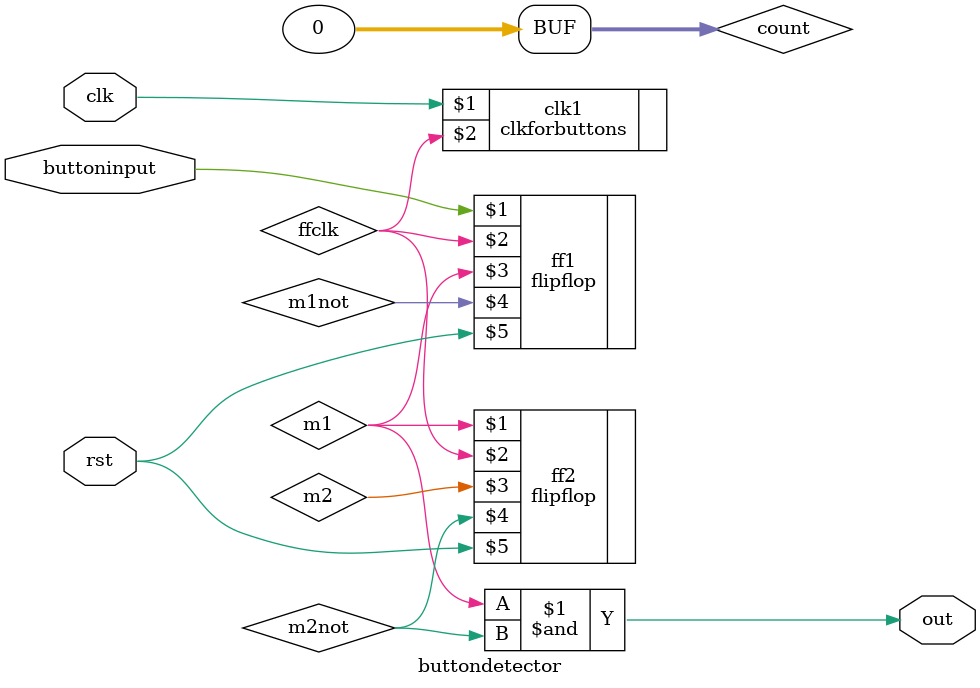
<source format=v>
`timescale 1ns / 1ps
module buttondetector(buttoninput, clk, out,rst
    );
	 

	 input buttoninput,clk,rst;
	 output out;
	 wire ffclk;
	 wire m1,m1not,m2,m2not;
	 integer count = 0;
	 
	 
	 clkforbuttons clk1(clk,ffclk);
	 flipflop ff1(buttoninput,ffclk,m1,m1not,rst);
	 flipflop ff2(m1,ffclk,m2,m2not,rst);
	 
	 assign out = m1 & m2not;

//This module predicts bouncing problem and takes only one input when buttons pressed by using two flip flops.
endmodule

</source>
